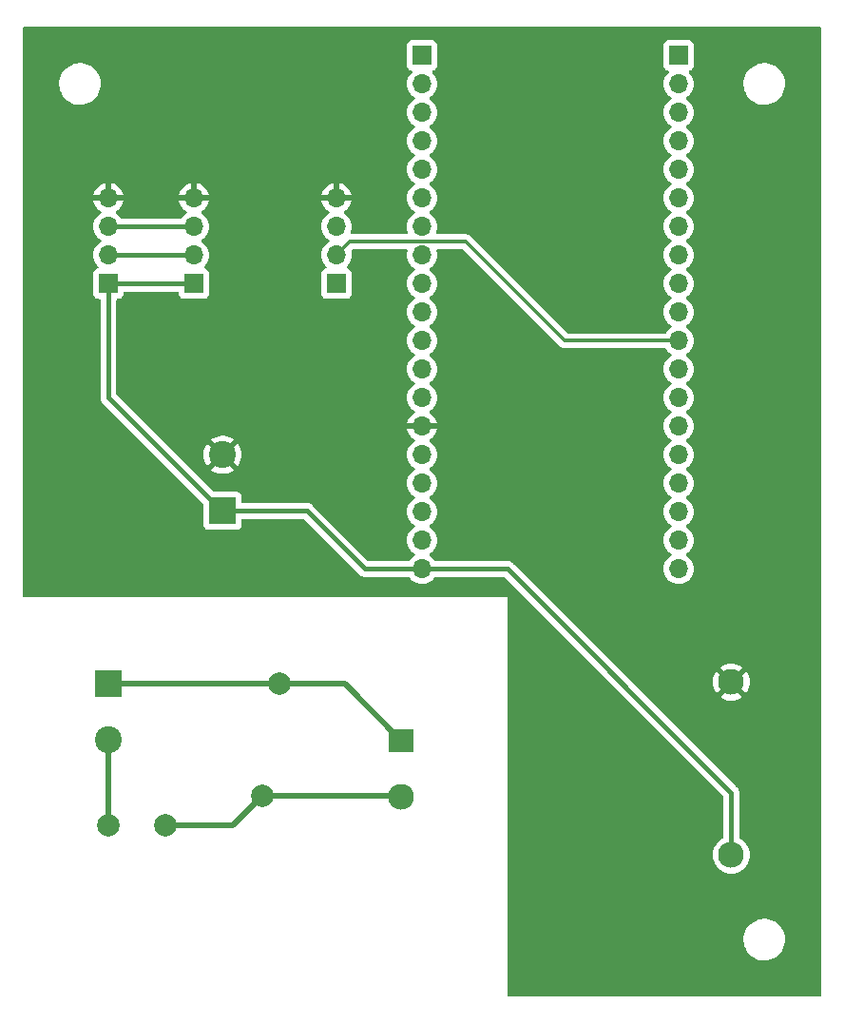
<source format=gbr>
%TF.GenerationSoftware,KiCad,Pcbnew,7.0.2*%
%TF.CreationDate,2023-04-25T18:44:45+02:00*%
%TF.ProjectId,em_schematic,656d5f73-6368-4656-9d61-7469632e6b69,rev?*%
%TF.SameCoordinates,Original*%
%TF.FileFunction,Copper,L1,Top*%
%TF.FilePolarity,Positive*%
%FSLAX46Y46*%
G04 Gerber Fmt 4.6, Leading zero omitted, Abs format (unit mm)*
G04 Created by KiCad (PCBNEW 7.0.2) date 2023-04-25 18:44:45*
%MOMM*%
%LPD*%
G01*
G04 APERTURE LIST*
%TA.AperFunction,ComponentPad*%
%ADD10R,2.400000X2.400000*%
%TD*%
%TA.AperFunction,ComponentPad*%
%ADD11C,2.400000*%
%TD*%
%TA.AperFunction,ComponentPad*%
%ADD12C,2.000000*%
%TD*%
%TA.AperFunction,ComponentPad*%
%ADD13R,1.700000X1.700000*%
%TD*%
%TA.AperFunction,ComponentPad*%
%ADD14O,1.700000X1.700000*%
%TD*%
%TA.AperFunction,ComponentPad*%
%ADD15C,2.300000*%
%TD*%
%TA.AperFunction,ComponentPad*%
%ADD16R,2.300000X2.000000*%
%TD*%
%TA.AperFunction,Conductor*%
%ADD17C,0.406400*%
%TD*%
%TA.AperFunction,Conductor*%
%ADD18C,0.304800*%
%TD*%
%TA.AperFunction,Conductor*%
%ADD19C,0.508000*%
%TD*%
G04 APERTURE END LIST*
D10*
%TO.P,C1,1*%
%TO.N,+5V*%
X109220000Y-114220000D03*
D11*
%TO.P,C1,2*%
%TO.N,GND*%
X109220000Y-109220000D03*
%TD*%
%TO.P,J6,2,Pin_2*%
%TO.N,Net-(J6-Pin_2)*%
X99060000Y-134620000D03*
D10*
%TO.P,J6,1,Pin_1*%
%TO.N,Net-(J6-Pin_1)*%
X99060000Y-129620000D03*
%TD*%
D12*
%TO.P,RV1,2*%
%TO.N,Net-(PS1-AC{slash}N)*%
X112800000Y-139620000D03*
%TO.P,RV1,1*%
%TO.N,Net-(J6-Pin_1)*%
X114300000Y-129620000D03*
%TD*%
D13*
%TO.P,J4,1,Pin_1*%
%TO.N,Net-(J1-Pin_1)*%
X119380000Y-93980000D03*
D14*
%TO.P,J4,2,Pin_2*%
%TO.N,Net-(J2-Pin_11)*%
X119380000Y-91440000D03*
%TO.P,J4,3,Pin_3*%
%TO.N,Net-(J2-Pin_12)*%
X119380000Y-88900000D03*
%TO.P,J4,4,Pin_4*%
%TO.N,GND*%
X119380000Y-86360000D03*
%TD*%
D13*
%TO.P,J5,1,Pin_1*%
%TO.N,+5V*%
X106680000Y-93980000D03*
D14*
%TO.P,J5,2,Pin_2*%
%TO.N,Net-(J3-Pin_2)*%
X106680000Y-91440000D03*
%TO.P,J5,3,Pin_3*%
%TO.N,Net-(J3-Pin_3)*%
X106680000Y-88900000D03*
%TO.P,J5,4,Pin_4*%
%TO.N,GND*%
X106680000Y-86360000D03*
%TD*%
D13*
%TO.P,J2,1,Pin_1*%
%TO.N,unconnected-(J2-Pin_1-Pad1)*%
X149860000Y-73660000D03*
D14*
%TO.P,J2,2,Pin_2*%
%TO.N,unconnected-(J2-Pin_2-Pad2)*%
X149860000Y-76200000D03*
%TO.P,J2,3,Pin_3*%
%TO.N,unconnected-(J2-Pin_3-Pad3)*%
X149860000Y-78740000D03*
%TO.P,J2,4,Pin_4*%
%TO.N,unconnected-(J2-Pin_4-Pad4)*%
X149860000Y-81280000D03*
%TO.P,J2,5,Pin_5*%
%TO.N,unconnected-(J2-Pin_5-Pad5)*%
X149860000Y-83820000D03*
%TO.P,J2,6,Pin_6*%
%TO.N,unconnected-(J2-Pin_6-Pad6)*%
X149860000Y-86360000D03*
%TO.P,J2,7,Pin_7*%
%TO.N,unconnected-(J2-Pin_7-Pad7)*%
X149860000Y-88900000D03*
%TO.P,J2,8,Pin_8*%
%TO.N,unconnected-(J2-Pin_8-Pad8)*%
X149860000Y-91440000D03*
%TO.P,J2,9,Pin_9*%
%TO.N,unconnected-(J2-Pin_9-Pad9)*%
X149860000Y-93980000D03*
%TO.P,J2,10,Pin_10*%
%TO.N,unconnected-(J2-Pin_10-Pad10)*%
X149860000Y-96520000D03*
%TO.P,J2,11,Pin_11*%
%TO.N,Net-(J2-Pin_11)*%
X149860000Y-99060000D03*
%TO.P,J2,12,Pin_12*%
%TO.N,Net-(J2-Pin_12)*%
X149860000Y-101600000D03*
%TO.P,J2,13,Pin_13*%
%TO.N,unconnected-(J2-Pin_13-Pad13)*%
X149860000Y-104140000D03*
%TO.P,J2,14,Pin_14*%
%TO.N,unconnected-(J2-Pin_14-Pad14)*%
X149860000Y-106680000D03*
%TO.P,J2,15,Pin_15*%
%TO.N,unconnected-(J2-Pin_15-Pad15)*%
X149860000Y-109220000D03*
%TO.P,J2,16,Pin_16*%
%TO.N,unconnected-(J2-Pin_16-Pad16)*%
X149860000Y-111760000D03*
%TO.P,J2,17,Pin_17*%
%TO.N,unconnected-(J2-Pin_17-Pad17)*%
X149860000Y-114300000D03*
%TO.P,J2,18,Pin_18*%
%TO.N,unconnected-(J2-Pin_18-Pad18)*%
X149860000Y-116840000D03*
%TO.P,J2,19,Pin_19*%
%TO.N,unconnected-(J2-Pin_19-Pad19)*%
X149860000Y-119380000D03*
%TD*%
D13*
%TO.P,J1,1,Pin_1*%
%TO.N,Net-(J1-Pin_1)*%
X127000000Y-73660000D03*
D14*
%TO.P,J1,2,Pin_2*%
%TO.N,unconnected-(J1-Pin_2-Pad2)*%
X127000000Y-76200000D03*
%TO.P,J1,3,Pin_3*%
%TO.N,unconnected-(J1-Pin_3-Pad3)*%
X127000000Y-78740000D03*
%TO.P,J1,4,Pin_4*%
%TO.N,unconnected-(J1-Pin_4-Pad4)*%
X127000000Y-81280000D03*
%TO.P,J1,5,Pin_5*%
%TO.N,unconnected-(J1-Pin_5-Pad5)*%
X127000000Y-83820000D03*
%TO.P,J1,6,Pin_6*%
%TO.N,unconnected-(J1-Pin_6-Pad6)*%
X127000000Y-86360000D03*
%TO.P,J1,7,Pin_7*%
%TO.N,unconnected-(J1-Pin_7-Pad7)*%
X127000000Y-88900000D03*
%TO.P,J1,8,Pin_8*%
%TO.N,unconnected-(J1-Pin_8-Pad8)*%
X127000000Y-91440000D03*
%TO.P,J1,9,Pin_9*%
%TO.N,unconnected-(J1-Pin_9-Pad9)*%
X127000000Y-93980000D03*
%TO.P,J1,10,Pin_10*%
%TO.N,unconnected-(J1-Pin_10-Pad10)*%
X127000000Y-96520000D03*
%TO.P,J1,11,Pin_11*%
%TO.N,unconnected-(J1-Pin_11-Pad11)*%
X127000000Y-99060000D03*
%TO.P,J1,12,Pin_12*%
%TO.N,unconnected-(J1-Pin_12-Pad12)*%
X127000000Y-101600000D03*
%TO.P,J1,13,Pin_13*%
%TO.N,unconnected-(J1-Pin_13-Pad13)*%
X127000000Y-104140000D03*
%TO.P,J1,14,Pin_14*%
%TO.N,GND*%
X127000000Y-106680000D03*
%TO.P,J1,15,Pin_15*%
%TO.N,unconnected-(J1-Pin_15-Pad15)*%
X127000000Y-109220000D03*
%TO.P,J1,16,Pin_16*%
%TO.N,unconnected-(J1-Pin_16-Pad16)*%
X127000000Y-111760000D03*
%TO.P,J1,17,Pin_17*%
%TO.N,unconnected-(J1-Pin_17-Pad17)*%
X127000000Y-114300000D03*
%TO.P,J1,18,Pin_18*%
%TO.N,unconnected-(J1-Pin_18-Pad18)*%
X127000000Y-116840000D03*
%TO.P,J1,19,Pin_19*%
%TO.N,+5V*%
X127000000Y-119380000D03*
%TD*%
D12*
%TO.P,F1,2*%
%TO.N,Net-(PS1-AC{slash}N)*%
X104140000Y-142240000D03*
%TO.P,F1,1*%
%TO.N,Net-(J6-Pin_2)*%
X99060000Y-142230000D03*
%TD*%
D13*
%TO.P,J3,1,Pin_1*%
%TO.N,+5V*%
X99060000Y-93980000D03*
D14*
%TO.P,J3,2,Pin_2*%
%TO.N,Net-(J3-Pin_2)*%
X99060000Y-91440000D03*
%TO.P,J3,3,Pin_3*%
%TO.N,Net-(J3-Pin_3)*%
X99060000Y-88900000D03*
%TO.P,J3,4,Pin_4*%
%TO.N,GND*%
X99060000Y-86360000D03*
%TD*%
D15*
%TO.P,PS1,4,+Vout*%
%TO.N,+5V*%
X154537500Y-144860000D03*
%TO.P,PS1,3,-Vout*%
%TO.N,GND*%
X154537500Y-129460000D03*
%TO.P,PS1,2,AC/N*%
%TO.N,Net-(PS1-AC{slash}N)*%
X125137500Y-139660000D03*
D16*
%TO.P,PS1,1,AC/L*%
%TO.N,Net-(J6-Pin_1)*%
X125137500Y-134660000D03*
%TD*%
D17*
%TO.N,+5V*%
X154537500Y-144860000D02*
X154537500Y-139297500D01*
X154537500Y-139297500D02*
X134620000Y-119380000D01*
X134620000Y-119380000D02*
X127000000Y-119380000D01*
D18*
%TO.N,Net-(J2-Pin_11)*%
X139700000Y-99060000D02*
X149860000Y-99060000D01*
X130877600Y-90237600D02*
X139700000Y-99060000D01*
X120582400Y-90237600D02*
X130877600Y-90237600D01*
X119380000Y-91440000D02*
X120582400Y-90237600D01*
D17*
%TO.N,+5V*%
X116760000Y-114220000D02*
X109220000Y-114220000D01*
X121920000Y-119380000D02*
X116760000Y-114220000D01*
X127000000Y-119380000D02*
X121920000Y-119380000D01*
%TO.N,Net-(J3-Pin_3)*%
X99060000Y-88900000D02*
X106680000Y-88900000D01*
%TO.N,Net-(J3-Pin_2)*%
X99060000Y-91440000D02*
X106680000Y-91440000D01*
%TO.N,+5V*%
X99060000Y-93980000D02*
X106680000Y-93980000D01*
X109140000Y-114220000D02*
X99060000Y-104140000D01*
X99060000Y-104140000D02*
X99060000Y-93980000D01*
X109220000Y-114220000D02*
X109140000Y-114220000D01*
D19*
%TO.N,Net-(J6-Pin_1)*%
X120097500Y-129620000D02*
X125137500Y-134660000D01*
X114300000Y-129620000D02*
X120097500Y-129620000D01*
X99060000Y-129620000D02*
X114300000Y-129620000D01*
%TO.N,Net-(PS1-AC{slash}N)*%
X125097500Y-139620000D02*
X125137500Y-139660000D01*
X112800000Y-139620000D02*
X125097500Y-139620000D01*
X110180000Y-142240000D02*
X112800000Y-139620000D01*
X104140000Y-142240000D02*
X110180000Y-142240000D01*
%TO.N,Net-(J6-Pin_2)*%
X99060000Y-134620000D02*
X99060000Y-142230000D01*
%TD*%
%TA.AperFunction,Conductor*%
%TO.N,GND*%
G36*
X162502539Y-71140185D02*
G01*
X162548294Y-71192989D01*
X162559500Y-71244500D01*
X162559500Y-157355500D01*
X162539815Y-157422539D01*
X162487011Y-157468294D01*
X162435500Y-157479500D01*
X134744000Y-157479500D01*
X134676961Y-157459815D01*
X134631206Y-157407011D01*
X134620000Y-157355500D01*
X134620000Y-152467764D01*
X155625787Y-152467764D01*
X155655413Y-152737016D01*
X155723928Y-152999087D01*
X155829871Y-153248392D01*
X155970982Y-153479611D01*
X156060253Y-153586881D01*
X156144255Y-153687820D01*
X156345998Y-153868582D01*
X156571910Y-154018044D01*
X156678211Y-154067876D01*
X156817177Y-154133021D01*
X157076562Y-154211058D01*
X157076569Y-154211060D01*
X157344561Y-154250500D01*
X157344564Y-154250500D01*
X157545369Y-154250500D01*
X157547631Y-154250500D01*
X157750156Y-154235677D01*
X158014553Y-154176780D01*
X158267558Y-154080014D01*
X158503777Y-153947441D01*
X158718177Y-153781888D01*
X158906186Y-153586881D01*
X159063799Y-153366579D01*
X159187656Y-153125675D01*
X159275118Y-152869305D01*
X159324319Y-152602933D01*
X159334212Y-152332235D01*
X159304586Y-152062982D01*
X159236072Y-151800912D01*
X159130130Y-151551610D01*
X158989018Y-151320390D01*
X158989017Y-151320388D01*
X158815746Y-151112181D01*
X158710759Y-151018112D01*
X158614002Y-150931418D01*
X158388090Y-150781956D01*
X158388086Y-150781954D01*
X158142822Y-150666978D01*
X157883437Y-150588941D01*
X157883431Y-150588940D01*
X157615439Y-150549500D01*
X157412369Y-150549500D01*
X157410120Y-150549664D01*
X157410109Y-150549665D01*
X157209843Y-150564322D01*
X156945449Y-150623219D01*
X156692441Y-150719986D01*
X156456223Y-150852559D01*
X156241825Y-151018109D01*
X156053813Y-151213120D01*
X155896201Y-151433420D01*
X155772342Y-151674329D01*
X155684881Y-151930695D01*
X155635680Y-152197066D01*
X155625787Y-152467764D01*
X134620000Y-152467764D01*
X134620000Y-121920000D01*
X91564500Y-121920000D01*
X91497461Y-121900315D01*
X91451706Y-121847511D01*
X91440500Y-121796000D01*
X91440500Y-91440000D01*
X97704340Y-91440000D01*
X97724936Y-91675407D01*
X97769709Y-91842502D01*
X97786097Y-91903663D01*
X97885965Y-92117830D01*
X98021505Y-92311401D01*
X98021508Y-92311404D01*
X98143430Y-92433326D01*
X98176915Y-92494649D01*
X98171931Y-92564341D01*
X98130059Y-92620274D01*
X98099083Y-92637189D01*
X97967669Y-92686204D01*
X97852454Y-92772454D01*
X97766204Y-92887668D01*
X97715910Y-93022515D01*
X97715909Y-93022517D01*
X97709500Y-93082127D01*
X97709500Y-93085448D01*
X97709500Y-93085449D01*
X97709500Y-94874560D01*
X97709500Y-94874578D01*
X97709501Y-94877872D01*
X97715909Y-94937483D01*
X97766204Y-95072331D01*
X97852454Y-95187546D01*
X97967669Y-95273796D01*
X98102517Y-95324091D01*
X98162127Y-95330500D01*
X98232300Y-95330499D01*
X98299338Y-95350183D01*
X98345094Y-95402986D01*
X98356300Y-95454499D01*
X98356300Y-104114998D01*
X98356074Y-104122484D01*
X98352425Y-104182800D01*
X98363315Y-104242222D01*
X98364442Y-104249625D01*
X98371730Y-104309642D01*
X98375360Y-104319214D01*
X98381387Y-104340833D01*
X98383230Y-104350891D01*
X98408028Y-104405991D01*
X98410893Y-104412908D01*
X98432328Y-104469426D01*
X98438139Y-104477844D01*
X98449165Y-104497395D01*
X98453364Y-104506726D01*
X98490647Y-104554313D01*
X98495084Y-104560343D01*
X98524985Y-104603663D01*
X98529406Y-104610067D01*
X98574630Y-104650132D01*
X98580084Y-104655266D01*
X107483181Y-113558363D01*
X107516666Y-113619686D01*
X107519500Y-113646044D01*
X107519500Y-115464560D01*
X107519500Y-115464578D01*
X107519501Y-115467872D01*
X107519853Y-115471152D01*
X107519854Y-115471159D01*
X107525427Y-115523002D01*
X107525909Y-115527483D01*
X107576204Y-115662331D01*
X107662454Y-115777546D01*
X107777669Y-115863796D01*
X107912517Y-115914091D01*
X107972127Y-115920500D01*
X110467872Y-115920499D01*
X110527483Y-115914091D01*
X110662331Y-115863796D01*
X110777546Y-115777546D01*
X110863796Y-115662331D01*
X110914091Y-115527483D01*
X110920500Y-115467873D01*
X110920500Y-115047699D01*
X110940185Y-114980661D01*
X110992989Y-114934906D01*
X111044500Y-114923700D01*
X116417156Y-114923700D01*
X116484195Y-114943385D01*
X116504837Y-114960019D01*
X121404724Y-119859906D01*
X121409858Y-119865360D01*
X121449932Y-119910595D01*
X121499660Y-119944918D01*
X121505688Y-119949353D01*
X121553275Y-119986636D01*
X121562603Y-119990834D01*
X121582156Y-120001861D01*
X121590573Y-120007671D01*
X121647092Y-120029107D01*
X121654009Y-120031972D01*
X121697364Y-120051483D01*
X121709110Y-120056770D01*
X121719161Y-120058611D01*
X121740783Y-120064638D01*
X121750357Y-120068270D01*
X121810386Y-120075558D01*
X121817762Y-120076681D01*
X121839576Y-120080679D01*
X121877197Y-120087574D01*
X121877199Y-120087573D01*
X121877200Y-120087574D01*
X121937514Y-120083925D01*
X121945000Y-120083700D01*
X125779529Y-120083700D01*
X125846568Y-120103385D01*
X125881101Y-120136574D01*
X125961505Y-120251401D01*
X126128599Y-120418495D01*
X126322170Y-120554035D01*
X126536337Y-120653903D01*
X126764592Y-120715063D01*
X127000000Y-120735659D01*
X127235408Y-120715063D01*
X127463663Y-120653903D01*
X127677830Y-120554035D01*
X127871401Y-120418495D01*
X128038495Y-120251401D01*
X128118897Y-120136574D01*
X128173473Y-120092951D01*
X128220471Y-120083700D01*
X134277156Y-120083700D01*
X134344195Y-120103385D01*
X134364837Y-120120019D01*
X153797482Y-139552664D01*
X153830966Y-139613985D01*
X153833800Y-139640343D01*
X153833800Y-143286032D01*
X153814115Y-143353071D01*
X153774590Y-143391759D01*
X153564361Y-143520587D01*
X153366811Y-143689311D01*
X153198090Y-143886856D01*
X153198088Y-143886860D01*
X153062346Y-144108372D01*
X153062345Y-144108375D01*
X152962926Y-144348389D01*
X152902279Y-144601004D01*
X152881896Y-144860000D01*
X152902279Y-145118995D01*
X152962926Y-145371610D01*
X153022930Y-145516470D01*
X153062346Y-145611628D01*
X153198088Y-145833140D01*
X153198090Y-145833143D01*
X153265067Y-145911563D01*
X153366811Y-146030689D01*
X153564360Y-146199412D01*
X153785872Y-146335154D01*
X153965885Y-146409718D01*
X154025889Y-146434573D01*
X154105697Y-146453733D01*
X154278506Y-146495221D01*
X154537500Y-146515604D01*
X154796494Y-146495221D01*
X155049110Y-146434573D01*
X155289128Y-146335154D01*
X155510640Y-146199412D01*
X155708189Y-146030689D01*
X155876912Y-145833140D01*
X156012654Y-145611628D01*
X156112073Y-145371610D01*
X156172721Y-145118994D01*
X156193104Y-144860000D01*
X156172721Y-144601006D01*
X156112073Y-144348390D01*
X156012654Y-144108372D01*
X155876912Y-143886860D01*
X155708189Y-143689311D01*
X155510640Y-143520588D01*
X155451869Y-143484573D01*
X155300410Y-143391759D01*
X155253535Y-143339948D01*
X155241200Y-143286032D01*
X155241200Y-139322500D01*
X155241426Y-139315014D01*
X155245074Y-139254700D01*
X155234177Y-139195239D01*
X155233054Y-139187855D01*
X155225770Y-139127857D01*
X155222141Y-139118290D01*
X155216114Y-139096672D01*
X155214271Y-139086610D01*
X155189465Y-139031496D01*
X155186599Y-139024575D01*
X155186407Y-139024069D01*
X155165171Y-138968073D01*
X155159358Y-138959651D01*
X155148338Y-138940113D01*
X155144136Y-138930776D01*
X155106848Y-138883182D01*
X155102434Y-138877184D01*
X155068095Y-138827434D01*
X155022859Y-138787358D01*
X155017406Y-138782224D01*
X145695182Y-129460000D01*
X152882398Y-129460000D01*
X152902775Y-129718916D01*
X152963403Y-129971455D01*
X153062794Y-130211402D01*
X153198493Y-130432843D01*
X153204301Y-130439644D01*
X154054422Y-129589523D01*
X154078007Y-129669844D01*
X154155739Y-129790798D01*
X154264400Y-129884952D01*
X154395185Y-129944680D01*
X154404966Y-129946086D01*
X153557854Y-130793198D01*
X153564655Y-130799006D01*
X153786097Y-130934705D01*
X154026044Y-131034096D01*
X154278583Y-131094724D01*
X154537500Y-131115101D01*
X154796416Y-131094724D01*
X155048955Y-131034096D01*
X155288897Y-130934707D01*
X155510349Y-130799003D01*
X155517145Y-130793198D01*
X154670033Y-129946086D01*
X154679815Y-129944680D01*
X154810600Y-129884952D01*
X154919261Y-129790798D01*
X154996993Y-129669844D01*
X155020576Y-129589523D01*
X155870698Y-130439645D01*
X155876503Y-130432849D01*
X156012207Y-130211397D01*
X156111596Y-129971455D01*
X156172224Y-129718916D01*
X156192601Y-129459999D01*
X156172224Y-129201083D01*
X156111596Y-128948544D01*
X156012205Y-128708597D01*
X155876506Y-128487155D01*
X155870698Y-128480354D01*
X155020576Y-129330475D01*
X154996993Y-129250156D01*
X154919261Y-129129202D01*
X154810600Y-129035048D01*
X154679815Y-128975320D01*
X154670034Y-128973913D01*
X155517145Y-128126801D01*
X155510343Y-128120993D01*
X155288902Y-127985294D01*
X155048955Y-127885903D01*
X154796416Y-127825275D01*
X154537499Y-127804898D01*
X154278583Y-127825275D01*
X154026044Y-127885903D01*
X153786097Y-127985294D01*
X153564656Y-128120992D01*
X153557854Y-128126801D01*
X154404966Y-128973913D01*
X154395185Y-128975320D01*
X154264400Y-129035048D01*
X154155739Y-129129202D01*
X154078007Y-129250156D01*
X154054423Y-129330476D01*
X153204301Y-128480354D01*
X153198492Y-128487156D01*
X153062794Y-128708597D01*
X152963403Y-128948544D01*
X152902775Y-129201083D01*
X152882398Y-129460000D01*
X145695182Y-129460000D01*
X135135266Y-118900084D01*
X135130132Y-118894630D01*
X135090067Y-118849406D01*
X135040347Y-118815087D01*
X135034313Y-118810647D01*
X134986726Y-118773364D01*
X134977395Y-118769165D01*
X134957844Y-118758139D01*
X134949426Y-118752328D01*
X134892908Y-118730893D01*
X134885991Y-118728028D01*
X134830891Y-118703230D01*
X134820833Y-118701387D01*
X134799214Y-118695360D01*
X134789643Y-118691730D01*
X134729624Y-118684441D01*
X134722222Y-118683315D01*
X134662800Y-118672425D01*
X134602486Y-118676074D01*
X134595000Y-118676300D01*
X128220470Y-118676300D01*
X128153431Y-118656615D01*
X128118895Y-118623423D01*
X128038494Y-118508598D01*
X127871404Y-118341508D01*
X127871401Y-118341505D01*
X127685839Y-118211573D01*
X127642217Y-118156998D01*
X127635024Y-118087499D01*
X127666546Y-118025145D01*
X127685837Y-118008428D01*
X127871401Y-117878495D01*
X128038495Y-117711401D01*
X128174035Y-117517830D01*
X128273903Y-117303663D01*
X128335063Y-117075408D01*
X128355659Y-116840000D01*
X128335063Y-116604592D01*
X128273903Y-116376337D01*
X128174035Y-116162171D01*
X128038495Y-115968599D01*
X127871401Y-115801505D01*
X127685839Y-115671573D01*
X127642215Y-115616997D01*
X127635023Y-115547498D01*
X127666545Y-115485144D01*
X127685831Y-115468432D01*
X127871401Y-115338495D01*
X128038495Y-115171401D01*
X128174035Y-114977830D01*
X128273903Y-114763663D01*
X128335063Y-114535408D01*
X128355659Y-114300000D01*
X128335063Y-114064592D01*
X128273903Y-113836337D01*
X128174035Y-113622171D01*
X128038495Y-113428599D01*
X127871401Y-113261505D01*
X127685839Y-113131573D01*
X127642216Y-113076998D01*
X127635022Y-113007500D01*
X127666545Y-112945145D01*
X127685837Y-112928428D01*
X127871401Y-112798495D01*
X128038495Y-112631401D01*
X128174035Y-112437830D01*
X128273903Y-112223663D01*
X128335063Y-111995408D01*
X128355659Y-111760000D01*
X128335063Y-111524592D01*
X128273903Y-111296337D01*
X128174035Y-111082171D01*
X128038495Y-110888599D01*
X127871401Y-110721505D01*
X127685839Y-110591573D01*
X127642215Y-110536997D01*
X127635023Y-110467498D01*
X127666545Y-110405144D01*
X127685831Y-110388432D01*
X127871401Y-110258495D01*
X128038495Y-110091401D01*
X128174035Y-109897830D01*
X128273903Y-109683663D01*
X128335063Y-109455408D01*
X128355659Y-109220000D01*
X128335063Y-108984592D01*
X128273903Y-108756337D01*
X128174035Y-108542171D01*
X128038495Y-108348599D01*
X127871401Y-108181505D01*
X127685402Y-108051267D01*
X127641780Y-107996692D01*
X127634587Y-107927193D01*
X127666109Y-107864839D01*
X127685405Y-107848119D01*
X127871078Y-107718109D01*
X128038106Y-107551081D01*
X128173600Y-107357576D01*
X128273430Y-107143492D01*
X128330636Y-106930000D01*
X127433686Y-106930000D01*
X127459493Y-106889844D01*
X127500000Y-106751889D01*
X127500000Y-106608111D01*
X127459493Y-106470156D01*
X127433686Y-106430000D01*
X128330636Y-106430000D01*
X128330635Y-106429999D01*
X128273430Y-106216507D01*
X128173599Y-106002421D01*
X128038109Y-105808921D01*
X127871081Y-105641893D01*
X127685404Y-105511880D01*
X127641780Y-105457303D01*
X127634587Y-105387804D01*
X127666109Y-105325450D01*
X127685399Y-105308734D01*
X127871401Y-105178495D01*
X128038495Y-105011401D01*
X128174035Y-104817830D01*
X128273903Y-104603663D01*
X128335063Y-104375408D01*
X128355659Y-104140000D01*
X128335063Y-103904592D01*
X128273903Y-103676337D01*
X128174035Y-103462171D01*
X128038495Y-103268599D01*
X127871401Y-103101505D01*
X127685839Y-102971573D01*
X127642216Y-102916998D01*
X127635022Y-102847500D01*
X127666545Y-102785145D01*
X127685837Y-102768428D01*
X127871401Y-102638495D01*
X128038495Y-102471401D01*
X128174035Y-102277830D01*
X128273903Y-102063663D01*
X128335063Y-101835408D01*
X128355659Y-101600000D01*
X128335063Y-101364592D01*
X128273903Y-101136337D01*
X128174035Y-100922171D01*
X128038495Y-100728599D01*
X127871401Y-100561505D01*
X127685839Y-100431573D01*
X127642215Y-100376997D01*
X127635023Y-100307498D01*
X127666545Y-100245144D01*
X127685831Y-100228432D01*
X127871401Y-100098495D01*
X128038495Y-99931401D01*
X128174035Y-99737830D01*
X128273903Y-99523663D01*
X128335063Y-99295408D01*
X128355659Y-99060000D01*
X128335063Y-98824592D01*
X128273903Y-98596337D01*
X128174035Y-98382171D01*
X128038495Y-98188599D01*
X127871401Y-98021505D01*
X127685839Y-97891573D01*
X127642216Y-97836998D01*
X127635022Y-97767500D01*
X127666545Y-97705145D01*
X127685837Y-97688428D01*
X127871401Y-97558495D01*
X128038495Y-97391401D01*
X128174035Y-97197830D01*
X128273903Y-96983663D01*
X128335063Y-96755408D01*
X128355659Y-96520000D01*
X128335063Y-96284592D01*
X128273903Y-96056337D01*
X128174035Y-95842171D01*
X128038495Y-95648599D01*
X127871401Y-95481505D01*
X127685839Y-95351573D01*
X127642215Y-95296997D01*
X127635023Y-95227498D01*
X127666545Y-95165144D01*
X127685831Y-95148432D01*
X127871401Y-95018495D01*
X128038495Y-94851401D01*
X128174035Y-94657830D01*
X128273903Y-94443663D01*
X128335063Y-94215408D01*
X128355659Y-93980000D01*
X128335063Y-93744592D01*
X128273903Y-93516337D01*
X128174035Y-93302171D01*
X128038495Y-93108599D01*
X127871401Y-92941505D01*
X127685839Y-92811573D01*
X127642216Y-92756998D01*
X127635022Y-92687500D01*
X127666545Y-92625145D01*
X127685837Y-92608428D01*
X127871401Y-92478495D01*
X128038495Y-92311401D01*
X128174035Y-92117830D01*
X128273903Y-91903663D01*
X128335063Y-91675408D01*
X128355659Y-91440000D01*
X128335063Y-91204592D01*
X128292727Y-91046593D01*
X128294391Y-90976743D01*
X128333554Y-90918881D01*
X128397782Y-90891377D01*
X128412503Y-90890500D01*
X130555798Y-90890500D01*
X130622837Y-90910185D01*
X130643479Y-90926819D01*
X139177681Y-99461021D01*
X139191066Y-99477728D01*
X139244164Y-99527590D01*
X139246961Y-99530301D01*
X139267375Y-99550715D01*
X139270457Y-99553106D01*
X139270461Y-99553109D01*
X139270892Y-99553443D01*
X139279766Y-99561023D01*
X139313185Y-99592405D01*
X139331883Y-99602685D01*
X139348144Y-99613365D01*
X139365006Y-99626445D01*
X139365007Y-99626445D01*
X139365008Y-99626446D01*
X139407076Y-99644650D01*
X139417550Y-99649780D01*
X139457741Y-99671876D01*
X139478408Y-99677182D01*
X139496820Y-99683486D01*
X139516396Y-99691958D01*
X139516397Y-99691958D01*
X139516399Y-99691959D01*
X139561686Y-99699130D01*
X139573108Y-99701496D01*
X139617520Y-99712900D01*
X139638861Y-99712900D01*
X139658258Y-99714426D01*
X139666282Y-99715697D01*
X139679328Y-99717764D01*
X139679328Y-99717763D01*
X139679329Y-99717764D01*
X139724971Y-99713449D01*
X139736638Y-99712900D01*
X148603959Y-99712900D01*
X148670998Y-99732585D01*
X148705530Y-99765773D01*
X148821505Y-99931401D01*
X148988599Y-100098495D01*
X149174160Y-100228426D01*
X149217783Y-100283002D01*
X149224976Y-100352501D01*
X149193454Y-100414855D01*
X149174159Y-100431575D01*
X148988595Y-100561508D01*
X148821505Y-100728598D01*
X148685965Y-100922170D01*
X148586097Y-101136336D01*
X148524936Y-101364592D01*
X148504340Y-101599999D01*
X148524936Y-101835407D01*
X148569709Y-102002501D01*
X148586097Y-102063663D01*
X148685965Y-102277830D01*
X148821505Y-102471401D01*
X148988599Y-102638495D01*
X149174160Y-102768426D01*
X149217783Y-102823002D01*
X149224976Y-102892501D01*
X149193454Y-102954855D01*
X149174159Y-102971575D01*
X148988595Y-103101508D01*
X148821505Y-103268598D01*
X148685965Y-103462170D01*
X148586097Y-103676336D01*
X148524936Y-103904592D01*
X148504340Y-104140000D01*
X148524936Y-104375407D01*
X148557623Y-104497395D01*
X148586097Y-104603663D01*
X148685965Y-104817830D01*
X148821505Y-105011401D01*
X148988599Y-105178495D01*
X149174160Y-105308426D01*
X149217783Y-105363002D01*
X149224976Y-105432501D01*
X149193454Y-105494855D01*
X149174159Y-105511575D01*
X148988595Y-105641508D01*
X148821505Y-105808598D01*
X148685965Y-106002170D01*
X148586097Y-106216336D01*
X148524936Y-106444592D01*
X148504340Y-106679999D01*
X148524936Y-106915407D01*
X148550496Y-107010798D01*
X148586097Y-107143663D01*
X148685965Y-107357830D01*
X148821505Y-107551401D01*
X148988599Y-107718495D01*
X149174160Y-107848426D01*
X149217783Y-107903002D01*
X149224976Y-107972501D01*
X149193454Y-108034855D01*
X149174159Y-108051575D01*
X148988595Y-108181508D01*
X148821505Y-108348598D01*
X148685965Y-108542170D01*
X148586097Y-108756336D01*
X148524936Y-108984592D01*
X148504340Y-109220000D01*
X148524936Y-109455407D01*
X148556593Y-109573553D01*
X148586097Y-109683663D01*
X148685965Y-109897830D01*
X148821505Y-110091401D01*
X148988599Y-110258495D01*
X149174160Y-110388426D01*
X149217783Y-110443002D01*
X149224976Y-110512501D01*
X149193454Y-110574855D01*
X149174159Y-110591575D01*
X148988595Y-110721508D01*
X148821505Y-110888598D01*
X148685965Y-111082170D01*
X148586097Y-111296336D01*
X148524936Y-111524592D01*
X148504340Y-111760000D01*
X148524936Y-111995407D01*
X148569709Y-112162502D01*
X148586097Y-112223663D01*
X148685965Y-112437830D01*
X148821505Y-112631401D01*
X148988599Y-112798495D01*
X149174160Y-112928426D01*
X149217783Y-112983002D01*
X149224976Y-113052501D01*
X149193454Y-113114855D01*
X149174159Y-113131575D01*
X148988595Y-113261508D01*
X148821505Y-113428598D01*
X148685965Y-113622170D01*
X148586097Y-113836336D01*
X148524936Y-114064592D01*
X148504340Y-114299999D01*
X148524936Y-114535407D01*
X148569709Y-114702501D01*
X148586097Y-114763663D01*
X148685965Y-114977830D01*
X148821505Y-115171401D01*
X148988599Y-115338495D01*
X149174160Y-115468426D01*
X149217783Y-115523002D01*
X149224976Y-115592501D01*
X149193454Y-115654855D01*
X149174159Y-115671575D01*
X148988595Y-115801508D01*
X148821505Y-115968598D01*
X148685965Y-116162170D01*
X148586097Y-116376336D01*
X148524936Y-116604592D01*
X148504340Y-116839999D01*
X148524936Y-117075407D01*
X148569709Y-117242502D01*
X148586097Y-117303663D01*
X148685965Y-117517830D01*
X148821505Y-117711401D01*
X148988599Y-117878495D01*
X149174160Y-118008426D01*
X149217783Y-118063002D01*
X149224976Y-118132501D01*
X149193454Y-118194855D01*
X149174159Y-118211575D01*
X148988595Y-118341508D01*
X148821505Y-118508598D01*
X148685965Y-118702170D01*
X148586097Y-118916336D01*
X148524936Y-119144592D01*
X148504340Y-119379999D01*
X148524936Y-119615407D01*
X148569709Y-119782501D01*
X148586097Y-119843663D01*
X148685965Y-120057830D01*
X148821505Y-120251401D01*
X148988599Y-120418495D01*
X149182170Y-120554035D01*
X149396337Y-120653903D01*
X149624592Y-120715063D01*
X149860000Y-120735659D01*
X150095408Y-120715063D01*
X150323663Y-120653903D01*
X150537830Y-120554035D01*
X150731401Y-120418495D01*
X150898495Y-120251401D01*
X151034035Y-120057830D01*
X151133903Y-119843663D01*
X151195063Y-119615408D01*
X151215659Y-119380000D01*
X151195063Y-119144592D01*
X151133903Y-118916337D01*
X151034035Y-118702171D01*
X150898495Y-118508599D01*
X150731401Y-118341505D01*
X150545839Y-118211573D01*
X150502216Y-118156998D01*
X150495022Y-118087500D01*
X150526545Y-118025145D01*
X150545837Y-118008428D01*
X150731401Y-117878495D01*
X150898495Y-117711401D01*
X151034035Y-117517830D01*
X151133903Y-117303663D01*
X151195063Y-117075408D01*
X151215659Y-116840000D01*
X151195063Y-116604592D01*
X151133903Y-116376337D01*
X151034035Y-116162171D01*
X150898495Y-115968599D01*
X150731401Y-115801505D01*
X150545839Y-115671573D01*
X150502215Y-115616997D01*
X150495023Y-115547498D01*
X150526545Y-115485144D01*
X150545831Y-115468432D01*
X150731401Y-115338495D01*
X150898495Y-115171401D01*
X151034035Y-114977830D01*
X151133903Y-114763663D01*
X151195063Y-114535408D01*
X151215659Y-114300000D01*
X151195063Y-114064592D01*
X151133903Y-113836337D01*
X151034035Y-113622171D01*
X150898495Y-113428599D01*
X150731401Y-113261505D01*
X150545839Y-113131573D01*
X150502216Y-113076998D01*
X150495022Y-113007500D01*
X150526545Y-112945145D01*
X150545837Y-112928428D01*
X150731401Y-112798495D01*
X150898495Y-112631401D01*
X151034035Y-112437830D01*
X151133903Y-112223663D01*
X151195063Y-111995408D01*
X151215659Y-111760000D01*
X151195063Y-111524592D01*
X151133903Y-111296337D01*
X151034035Y-111082171D01*
X150898495Y-110888599D01*
X150731401Y-110721505D01*
X150545839Y-110591573D01*
X150502215Y-110536997D01*
X150495023Y-110467498D01*
X150526545Y-110405144D01*
X150545831Y-110388432D01*
X150731401Y-110258495D01*
X150898495Y-110091401D01*
X151034035Y-109897830D01*
X151133903Y-109683663D01*
X151195063Y-109455408D01*
X151215659Y-109220000D01*
X151195063Y-108984592D01*
X151133903Y-108756337D01*
X151034035Y-108542171D01*
X150898495Y-108348599D01*
X150731401Y-108181505D01*
X150545839Y-108051573D01*
X150502216Y-107996998D01*
X150495022Y-107927500D01*
X150526545Y-107865145D01*
X150545837Y-107848428D01*
X150731401Y-107718495D01*
X150898495Y-107551401D01*
X151034035Y-107357830D01*
X151133903Y-107143663D01*
X151195063Y-106915408D01*
X151215659Y-106680000D01*
X151195063Y-106444592D01*
X151133903Y-106216337D01*
X151034035Y-106002171D01*
X150898495Y-105808599D01*
X150731401Y-105641505D01*
X150545839Y-105511573D01*
X150502215Y-105456997D01*
X150495023Y-105387498D01*
X150526545Y-105325144D01*
X150545831Y-105308432D01*
X150731401Y-105178495D01*
X150898495Y-105011401D01*
X151034035Y-104817830D01*
X151133903Y-104603663D01*
X151195063Y-104375408D01*
X151215659Y-104140000D01*
X151195063Y-103904592D01*
X151133903Y-103676337D01*
X151034035Y-103462171D01*
X150898495Y-103268599D01*
X150731401Y-103101505D01*
X150545839Y-102971573D01*
X150502216Y-102916998D01*
X150495022Y-102847500D01*
X150526545Y-102785145D01*
X150545837Y-102768428D01*
X150731401Y-102638495D01*
X150898495Y-102471401D01*
X151034035Y-102277830D01*
X151133903Y-102063663D01*
X151195063Y-101835408D01*
X151215659Y-101600000D01*
X151195063Y-101364592D01*
X151133903Y-101136337D01*
X151034035Y-100922171D01*
X150898495Y-100728599D01*
X150731401Y-100561505D01*
X150545839Y-100431573D01*
X150502215Y-100376997D01*
X150495023Y-100307498D01*
X150526545Y-100245144D01*
X150545831Y-100228432D01*
X150731401Y-100098495D01*
X150898495Y-99931401D01*
X151034035Y-99737830D01*
X151133903Y-99523663D01*
X151195063Y-99295408D01*
X151215659Y-99060000D01*
X151195063Y-98824592D01*
X151133903Y-98596337D01*
X151034035Y-98382171D01*
X150898495Y-98188599D01*
X150731401Y-98021505D01*
X150545839Y-97891573D01*
X150502216Y-97836998D01*
X150495022Y-97767500D01*
X150526545Y-97705145D01*
X150545837Y-97688428D01*
X150731401Y-97558495D01*
X150898495Y-97391401D01*
X151034035Y-97197830D01*
X151133903Y-96983663D01*
X151195063Y-96755408D01*
X151215659Y-96520000D01*
X151195063Y-96284592D01*
X151133903Y-96056337D01*
X151034035Y-95842171D01*
X150898495Y-95648599D01*
X150731401Y-95481505D01*
X150545839Y-95351573D01*
X150502215Y-95296997D01*
X150495023Y-95227498D01*
X150526545Y-95165144D01*
X150545831Y-95148432D01*
X150731401Y-95018495D01*
X150898495Y-94851401D01*
X151034035Y-94657830D01*
X151133903Y-94443663D01*
X151195063Y-94215408D01*
X151215659Y-93980000D01*
X151195063Y-93744592D01*
X151133903Y-93516337D01*
X151034035Y-93302171D01*
X150898495Y-93108599D01*
X150731401Y-92941505D01*
X150545839Y-92811573D01*
X150502216Y-92756998D01*
X150495022Y-92687500D01*
X150526545Y-92625145D01*
X150545837Y-92608428D01*
X150731401Y-92478495D01*
X150898495Y-92311401D01*
X151034035Y-92117830D01*
X151133903Y-91903663D01*
X151195063Y-91675408D01*
X151215659Y-91440000D01*
X151195063Y-91204592D01*
X151133903Y-90976337D01*
X151034035Y-90762171D01*
X150898495Y-90568599D01*
X150731401Y-90401505D01*
X150545839Y-90271573D01*
X150502215Y-90216997D01*
X150495023Y-90147498D01*
X150526545Y-90085144D01*
X150545831Y-90068432D01*
X150731401Y-89938495D01*
X150898495Y-89771401D01*
X151034035Y-89577830D01*
X151133903Y-89363663D01*
X151195063Y-89135408D01*
X151215659Y-88900000D01*
X151195063Y-88664592D01*
X151133903Y-88436337D01*
X151034035Y-88222171D01*
X150898495Y-88028599D01*
X150731401Y-87861505D01*
X150545839Y-87731573D01*
X150502216Y-87676998D01*
X150495022Y-87607500D01*
X150526545Y-87545145D01*
X150545837Y-87528428D01*
X150731401Y-87398495D01*
X150898495Y-87231401D01*
X151034035Y-87037830D01*
X151133903Y-86823663D01*
X151195063Y-86595408D01*
X151215659Y-86360000D01*
X151195063Y-86124592D01*
X151133903Y-85896337D01*
X151034035Y-85682171D01*
X150898495Y-85488599D01*
X150731401Y-85321505D01*
X150545839Y-85191573D01*
X150502215Y-85136997D01*
X150495023Y-85067498D01*
X150526545Y-85005144D01*
X150545831Y-84988432D01*
X150731401Y-84858495D01*
X150898495Y-84691401D01*
X151034035Y-84497830D01*
X151133903Y-84283663D01*
X151195063Y-84055408D01*
X151215659Y-83820000D01*
X151195063Y-83584592D01*
X151133903Y-83356337D01*
X151034035Y-83142171D01*
X150898495Y-82948599D01*
X150731401Y-82781505D01*
X150545839Y-82651573D01*
X150502216Y-82596998D01*
X150495022Y-82527500D01*
X150526545Y-82465145D01*
X150545837Y-82448428D01*
X150731401Y-82318495D01*
X150898495Y-82151401D01*
X151034035Y-81957830D01*
X151133903Y-81743663D01*
X151195063Y-81515408D01*
X151215659Y-81280000D01*
X151195063Y-81044592D01*
X151133903Y-80816337D01*
X151034035Y-80602171D01*
X150898495Y-80408599D01*
X150731401Y-80241505D01*
X150545839Y-80111573D01*
X150502215Y-80056997D01*
X150495023Y-79987498D01*
X150526545Y-79925144D01*
X150545831Y-79908432D01*
X150731401Y-79778495D01*
X150898495Y-79611401D01*
X151034035Y-79417830D01*
X151133903Y-79203663D01*
X151195063Y-78975408D01*
X151215659Y-78740000D01*
X151195063Y-78504592D01*
X151133903Y-78276337D01*
X151034035Y-78062171D01*
X150898495Y-77868599D01*
X150731401Y-77701505D01*
X150545839Y-77571573D01*
X150502216Y-77516998D01*
X150495022Y-77447500D01*
X150526545Y-77385145D01*
X150545837Y-77368428D01*
X150731401Y-77238495D01*
X150898495Y-77071401D01*
X151034035Y-76877830D01*
X151133903Y-76663663D01*
X151195063Y-76435408D01*
X151209730Y-76267764D01*
X155625787Y-76267764D01*
X155655413Y-76537016D01*
X155655414Y-76537018D01*
X155723928Y-76799088D01*
X155757390Y-76877830D01*
X155829871Y-77048392D01*
X155970982Y-77279611D01*
X156129425Y-77470000D01*
X156144255Y-77487820D01*
X156345998Y-77668582D01*
X156571910Y-77818044D01*
X156678211Y-77867876D01*
X156817177Y-77933021D01*
X157076562Y-78011058D01*
X157076569Y-78011060D01*
X157344561Y-78050500D01*
X157344564Y-78050500D01*
X157545369Y-78050500D01*
X157547631Y-78050500D01*
X157750156Y-78035677D01*
X158014553Y-77976780D01*
X158267558Y-77880014D01*
X158503777Y-77747441D01*
X158718177Y-77581888D01*
X158906186Y-77386881D01*
X159063799Y-77166579D01*
X159187656Y-76925675D01*
X159275118Y-76669305D01*
X159324319Y-76402933D01*
X159334212Y-76132235D01*
X159304586Y-75862982D01*
X159236072Y-75600912D01*
X159130130Y-75351610D01*
X158989018Y-75120390D01*
X158989017Y-75120388D01*
X158815746Y-74912181D01*
X158710759Y-74818112D01*
X158614002Y-74731418D01*
X158388090Y-74581956D01*
X158388086Y-74581954D01*
X158142822Y-74466978D01*
X157883437Y-74388941D01*
X157883431Y-74388940D01*
X157615439Y-74349500D01*
X157412369Y-74349500D01*
X157410120Y-74349664D01*
X157410109Y-74349665D01*
X157209843Y-74364322D01*
X156945449Y-74423219D01*
X156692441Y-74519986D01*
X156456223Y-74652559D01*
X156241825Y-74818109D01*
X156053813Y-75013120D01*
X155896201Y-75233420D01*
X155772342Y-75474329D01*
X155684881Y-75730695D01*
X155635680Y-75997066D01*
X155625787Y-76267764D01*
X151209730Y-76267764D01*
X151215659Y-76200000D01*
X151195063Y-75964592D01*
X151133903Y-75736337D01*
X151034035Y-75522171D01*
X150898495Y-75328599D01*
X150776568Y-75206672D01*
X150743084Y-75145350D01*
X150748068Y-75075658D01*
X150789940Y-75019725D01*
X150820915Y-75002810D01*
X150952331Y-74953796D01*
X151067546Y-74867546D01*
X151153796Y-74752331D01*
X151204091Y-74617483D01*
X151210500Y-74557873D01*
X151210499Y-72762128D01*
X151204091Y-72702517D01*
X151153796Y-72567669D01*
X151067546Y-72452454D01*
X150952331Y-72366204D01*
X150817483Y-72315909D01*
X150757873Y-72309500D01*
X150754550Y-72309500D01*
X148965439Y-72309500D01*
X148965420Y-72309500D01*
X148962128Y-72309501D01*
X148958848Y-72309853D01*
X148958840Y-72309854D01*
X148902515Y-72315909D01*
X148767669Y-72366204D01*
X148652454Y-72452454D01*
X148566204Y-72567668D01*
X148515910Y-72702515D01*
X148515909Y-72702517D01*
X148509500Y-72762127D01*
X148509500Y-72765448D01*
X148509500Y-72765449D01*
X148509500Y-74554560D01*
X148509500Y-74554578D01*
X148509501Y-74557872D01*
X148509853Y-74561152D01*
X148509854Y-74561159D01*
X148512090Y-74581956D01*
X148515909Y-74617483D01*
X148566204Y-74752331D01*
X148652454Y-74867546D01*
X148767669Y-74953796D01*
X148879907Y-74995658D01*
X148899082Y-75002810D01*
X148955016Y-75044681D01*
X148979433Y-75110146D01*
X148964581Y-75178419D01*
X148943431Y-75206673D01*
X148821503Y-75328601D01*
X148685965Y-75522170D01*
X148586097Y-75736336D01*
X148524936Y-75964592D01*
X148504340Y-76199999D01*
X148524936Y-76435407D01*
X148552162Y-76537016D01*
X148586097Y-76663663D01*
X148685965Y-76877830D01*
X148821505Y-77071401D01*
X148988599Y-77238495D01*
X149174160Y-77368426D01*
X149217783Y-77423002D01*
X149224976Y-77492501D01*
X149193454Y-77554855D01*
X149174159Y-77571575D01*
X148988595Y-77701508D01*
X148821505Y-77868598D01*
X148685965Y-78062170D01*
X148586097Y-78276336D01*
X148524936Y-78504592D01*
X148504340Y-78740000D01*
X148524936Y-78975407D01*
X148569709Y-79142501D01*
X148586097Y-79203663D01*
X148685965Y-79417830D01*
X148821505Y-79611401D01*
X148988599Y-79778495D01*
X149174160Y-79908426D01*
X149217783Y-79963002D01*
X149224976Y-80032501D01*
X149193454Y-80094855D01*
X149174159Y-80111575D01*
X148988595Y-80241508D01*
X148821505Y-80408598D01*
X148685965Y-80602170D01*
X148586097Y-80816336D01*
X148524936Y-81044592D01*
X148504340Y-81280000D01*
X148524936Y-81515407D01*
X148569709Y-81682501D01*
X148586097Y-81743663D01*
X148685965Y-81957830D01*
X148821505Y-82151401D01*
X148988599Y-82318495D01*
X149174160Y-82448426D01*
X149217783Y-82503002D01*
X149224976Y-82572501D01*
X149193454Y-82634855D01*
X149174159Y-82651575D01*
X148988595Y-82781508D01*
X148821505Y-82948598D01*
X148685965Y-83142170D01*
X148586097Y-83356336D01*
X148524936Y-83584592D01*
X148504340Y-83819999D01*
X148524936Y-84055407D01*
X148569709Y-84222502D01*
X148586097Y-84283663D01*
X148685965Y-84497830D01*
X148821505Y-84691401D01*
X148988599Y-84858495D01*
X149174160Y-84988426D01*
X149217783Y-85043002D01*
X149224976Y-85112501D01*
X149193454Y-85174855D01*
X149174159Y-85191575D01*
X148988595Y-85321508D01*
X148821505Y-85488598D01*
X148685965Y-85682170D01*
X148586097Y-85896336D01*
X148524936Y-86124592D01*
X148504340Y-86360000D01*
X148524936Y-86595407D01*
X148550496Y-86690798D01*
X148586097Y-86823663D01*
X148685965Y-87037830D01*
X148821505Y-87231401D01*
X148988599Y-87398495D01*
X149174160Y-87528426D01*
X149217783Y-87583002D01*
X149224976Y-87652501D01*
X149193454Y-87714855D01*
X149174159Y-87731575D01*
X148988595Y-87861508D01*
X148821505Y-88028598D01*
X148685965Y-88222170D01*
X148586097Y-88436336D01*
X148524936Y-88664592D01*
X148504340Y-88900000D01*
X148524936Y-89135407D01*
X148569709Y-89302502D01*
X148586097Y-89363663D01*
X148685965Y-89577830D01*
X148821505Y-89771401D01*
X148988599Y-89938495D01*
X149174160Y-90068426D01*
X149217783Y-90123002D01*
X149224976Y-90192501D01*
X149193454Y-90254855D01*
X149174159Y-90271575D01*
X148988595Y-90401508D01*
X148821505Y-90568598D01*
X148685965Y-90762170D01*
X148586097Y-90976336D01*
X148524936Y-91204592D01*
X148504340Y-91440000D01*
X148524936Y-91675407D01*
X148569709Y-91842501D01*
X148586097Y-91903663D01*
X148685965Y-92117830D01*
X148821505Y-92311401D01*
X148988599Y-92478495D01*
X149174160Y-92608426D01*
X149217783Y-92663002D01*
X149224976Y-92732501D01*
X149193454Y-92794855D01*
X149174159Y-92811575D01*
X148988595Y-92941508D01*
X148821505Y-93108598D01*
X148685965Y-93302170D01*
X148586097Y-93516336D01*
X148524936Y-93744592D01*
X148504340Y-93979999D01*
X148524936Y-94215407D01*
X148569709Y-94382501D01*
X148586097Y-94443663D01*
X148685965Y-94657830D01*
X148821505Y-94851401D01*
X148988599Y-95018495D01*
X149174160Y-95148426D01*
X149217783Y-95203002D01*
X149224976Y-95272501D01*
X149193454Y-95334855D01*
X149174159Y-95351575D01*
X148988595Y-95481508D01*
X148821505Y-95648598D01*
X148685965Y-95842170D01*
X148586097Y-96056336D01*
X148524936Y-96284592D01*
X148504340Y-96519999D01*
X148524936Y-96755407D01*
X148569709Y-96922502D01*
X148586097Y-96983663D01*
X148685965Y-97197830D01*
X148821505Y-97391401D01*
X148988599Y-97558495D01*
X149174160Y-97688426D01*
X149217783Y-97743002D01*
X149224976Y-97812501D01*
X149193454Y-97874855D01*
X149174159Y-97891575D01*
X148988595Y-98021508D01*
X148821508Y-98188595D01*
X148705534Y-98354224D01*
X148650957Y-98397848D01*
X148603959Y-98407100D01*
X140021802Y-98407100D01*
X139954763Y-98387415D01*
X139934121Y-98370781D01*
X131399918Y-89836578D01*
X131386535Y-89819873D01*
X131333434Y-89770008D01*
X131330637Y-89767297D01*
X131312984Y-89749644D01*
X131310226Y-89746886D01*
X131306712Y-89744160D01*
X131297829Y-89736573D01*
X131264412Y-89705192D01*
X131245713Y-89694912D01*
X131229453Y-89684231D01*
X131212595Y-89671155D01*
X131170520Y-89652947D01*
X131160030Y-89647808D01*
X131119858Y-89625723D01*
X131099186Y-89620415D01*
X131080784Y-89614115D01*
X131078094Y-89612951D01*
X131061201Y-89605641D01*
X131061199Y-89605640D01*
X131061198Y-89605640D01*
X131015921Y-89598469D01*
X131004481Y-89596100D01*
X130960081Y-89584700D01*
X130960080Y-89584700D01*
X130938739Y-89584700D01*
X130919341Y-89583173D01*
X130911317Y-89581902D01*
X130898272Y-89579836D01*
X130898271Y-89579836D01*
X130852632Y-89584150D01*
X130840965Y-89584700D01*
X128365472Y-89584700D01*
X128298433Y-89565015D01*
X128252678Y-89512211D01*
X128242734Y-89443053D01*
X128253087Y-89408300D01*
X128273903Y-89363663D01*
X128335063Y-89135408D01*
X128355659Y-88900000D01*
X128335063Y-88664592D01*
X128273903Y-88436337D01*
X128174035Y-88222171D01*
X128038495Y-88028599D01*
X127871401Y-87861505D01*
X127685839Y-87731573D01*
X127642216Y-87676998D01*
X127635022Y-87607500D01*
X127666545Y-87545145D01*
X127685837Y-87528428D01*
X127871401Y-87398495D01*
X128038495Y-87231401D01*
X128174035Y-87037830D01*
X128273903Y-86823663D01*
X128335063Y-86595408D01*
X128355659Y-86360000D01*
X128335063Y-86124592D01*
X128273903Y-85896337D01*
X128174035Y-85682171D01*
X128038495Y-85488599D01*
X127871401Y-85321505D01*
X127685839Y-85191573D01*
X127642215Y-85136997D01*
X127635023Y-85067498D01*
X127666545Y-85005144D01*
X127685831Y-84988432D01*
X127871401Y-84858495D01*
X128038495Y-84691401D01*
X128174035Y-84497830D01*
X128273903Y-84283663D01*
X128335063Y-84055408D01*
X128355659Y-83820000D01*
X128335063Y-83584592D01*
X128273903Y-83356337D01*
X128174035Y-83142171D01*
X128038495Y-82948599D01*
X127871401Y-82781505D01*
X127685839Y-82651573D01*
X127642216Y-82596998D01*
X127635022Y-82527500D01*
X127666545Y-82465145D01*
X127685837Y-82448428D01*
X127871401Y-82318495D01*
X128038495Y-82151401D01*
X128174035Y-81957830D01*
X128273903Y-81743663D01*
X128335063Y-81515408D01*
X128355659Y-81280000D01*
X128335063Y-81044592D01*
X128273903Y-80816337D01*
X128174035Y-80602171D01*
X128038495Y-80408599D01*
X127871401Y-80241505D01*
X127685839Y-80111573D01*
X127642215Y-80056997D01*
X127635023Y-79987498D01*
X127666545Y-79925144D01*
X127685831Y-79908432D01*
X127871401Y-79778495D01*
X128038495Y-79611401D01*
X128174035Y-79417830D01*
X128273903Y-79203663D01*
X128335063Y-78975408D01*
X128355659Y-78740000D01*
X128335063Y-78504592D01*
X128273903Y-78276337D01*
X128174035Y-78062171D01*
X128038495Y-77868599D01*
X127871401Y-77701505D01*
X127685839Y-77571573D01*
X127642216Y-77516998D01*
X127635022Y-77447500D01*
X127666545Y-77385145D01*
X127685837Y-77368428D01*
X127871401Y-77238495D01*
X128038495Y-77071401D01*
X128174035Y-76877830D01*
X128273903Y-76663663D01*
X128335063Y-76435408D01*
X128355659Y-76200000D01*
X128335063Y-75964592D01*
X128273903Y-75736337D01*
X128174035Y-75522171D01*
X128038495Y-75328599D01*
X127916569Y-75206673D01*
X127883084Y-75145350D01*
X127888068Y-75075658D01*
X127929940Y-75019725D01*
X127960915Y-75002810D01*
X128092331Y-74953796D01*
X128207546Y-74867546D01*
X128293796Y-74752331D01*
X128344091Y-74617483D01*
X128350500Y-74557873D01*
X128350499Y-72762128D01*
X128344091Y-72702517D01*
X128293796Y-72567669D01*
X128207546Y-72452454D01*
X128092331Y-72366204D01*
X127957483Y-72315909D01*
X127897873Y-72309500D01*
X127894550Y-72309500D01*
X126105439Y-72309500D01*
X126105420Y-72309500D01*
X126102128Y-72309501D01*
X126098848Y-72309853D01*
X126098840Y-72309854D01*
X126042515Y-72315909D01*
X125907669Y-72366204D01*
X125792454Y-72452454D01*
X125706204Y-72567668D01*
X125655910Y-72702515D01*
X125655909Y-72702517D01*
X125649500Y-72762127D01*
X125649500Y-72765448D01*
X125649500Y-72765449D01*
X125649500Y-74554560D01*
X125649500Y-74554578D01*
X125649501Y-74557872D01*
X125649853Y-74561152D01*
X125649854Y-74561159D01*
X125652090Y-74581956D01*
X125655909Y-74617483D01*
X125706204Y-74752331D01*
X125792454Y-74867546D01*
X125907669Y-74953796D01*
X126019907Y-74995658D01*
X126039082Y-75002810D01*
X126095016Y-75044681D01*
X126119433Y-75110146D01*
X126104581Y-75178419D01*
X126083431Y-75206673D01*
X125961503Y-75328601D01*
X125825965Y-75522170D01*
X125726097Y-75736336D01*
X125664936Y-75964592D01*
X125644340Y-76199999D01*
X125664936Y-76435407D01*
X125692162Y-76537016D01*
X125726097Y-76663663D01*
X125825965Y-76877830D01*
X125961505Y-77071401D01*
X126128599Y-77238495D01*
X126314160Y-77368426D01*
X126357783Y-77423002D01*
X126364976Y-77492501D01*
X126333454Y-77554855D01*
X126314159Y-77571575D01*
X126128595Y-77701508D01*
X125961505Y-77868598D01*
X125825965Y-78062170D01*
X125726097Y-78276336D01*
X125664936Y-78504592D01*
X125644340Y-78739999D01*
X125664936Y-78975407D01*
X125709709Y-79142502D01*
X125726097Y-79203663D01*
X125825965Y-79417830D01*
X125961505Y-79611401D01*
X126128599Y-79778495D01*
X126314160Y-79908426D01*
X126357783Y-79963002D01*
X126364976Y-80032501D01*
X126333454Y-80094855D01*
X126314159Y-80111575D01*
X126128595Y-80241508D01*
X125961505Y-80408598D01*
X125825965Y-80602170D01*
X125726097Y-80816336D01*
X125664936Y-81044592D01*
X125644340Y-81280000D01*
X125664936Y-81515407D01*
X125709709Y-81682501D01*
X125726097Y-81743663D01*
X125825965Y-81957830D01*
X125961505Y-82151401D01*
X126128599Y-82318495D01*
X126314160Y-82448426D01*
X126357783Y-82503002D01*
X126364976Y-82572501D01*
X126333454Y-82634855D01*
X126314159Y-82651575D01*
X126128595Y-82781508D01*
X125961505Y-82948598D01*
X125825965Y-83142170D01*
X125726097Y-83356336D01*
X125664936Y-83584592D01*
X125644340Y-83820000D01*
X125664936Y-84055407D01*
X125709709Y-84222502D01*
X125726097Y-84283663D01*
X125825965Y-84497830D01*
X125961505Y-84691401D01*
X126128599Y-84858495D01*
X126314160Y-84988426D01*
X126357783Y-85043002D01*
X126364976Y-85112501D01*
X126333454Y-85174855D01*
X126314159Y-85191575D01*
X126128595Y-85321508D01*
X125961505Y-85488598D01*
X125825965Y-85682170D01*
X125726097Y-85896336D01*
X125664936Y-86124592D01*
X125644340Y-86360000D01*
X125664936Y-86595407D01*
X125690496Y-86690798D01*
X125726097Y-86823663D01*
X125825965Y-87037830D01*
X125961505Y-87231401D01*
X126128599Y-87398495D01*
X126314160Y-87528426D01*
X126357783Y-87583002D01*
X126364976Y-87652501D01*
X126333454Y-87714855D01*
X126314159Y-87731575D01*
X126128595Y-87861508D01*
X125961505Y-88028598D01*
X125825965Y-88222170D01*
X125726097Y-88436336D01*
X125664936Y-88664592D01*
X125644340Y-88899999D01*
X125664936Y-89135407D01*
X125720634Y-89343275D01*
X125726097Y-89363663D01*
X125746910Y-89408297D01*
X125757402Y-89477372D01*
X125728883Y-89541156D01*
X125670407Y-89579396D01*
X125634528Y-89584700D01*
X120745472Y-89584700D01*
X120678433Y-89565015D01*
X120632678Y-89512211D01*
X120622734Y-89443053D01*
X120633087Y-89408300D01*
X120653903Y-89363663D01*
X120715063Y-89135408D01*
X120735659Y-88900000D01*
X120715063Y-88664592D01*
X120653903Y-88436337D01*
X120554035Y-88222171D01*
X120418495Y-88028599D01*
X120251401Y-87861505D01*
X120065402Y-87731267D01*
X120021780Y-87676692D01*
X120014587Y-87607193D01*
X120046109Y-87544839D01*
X120065405Y-87528119D01*
X120251078Y-87398109D01*
X120418106Y-87231081D01*
X120553600Y-87037576D01*
X120653430Y-86823492D01*
X120710636Y-86610000D01*
X119813686Y-86610000D01*
X119839493Y-86569844D01*
X119880000Y-86431889D01*
X119880000Y-86288111D01*
X119839493Y-86150156D01*
X119813686Y-86110000D01*
X120710636Y-86110000D01*
X120710635Y-86109999D01*
X120653430Y-85896507D01*
X120553599Y-85682421D01*
X120418109Y-85488921D01*
X120251081Y-85321893D01*
X120057576Y-85186399D01*
X119843492Y-85086569D01*
X119630000Y-85029364D01*
X119629999Y-85029364D01*
X119629999Y-85924498D01*
X119522315Y-85875320D01*
X119415763Y-85860000D01*
X119344237Y-85860000D01*
X119237685Y-85875320D01*
X119129999Y-85924498D01*
X119129999Y-85029364D01*
X118916507Y-85086569D01*
X118702421Y-85186400D01*
X118508921Y-85321890D01*
X118341890Y-85488921D01*
X118206400Y-85682421D01*
X118106569Y-85896507D01*
X118049364Y-86109999D01*
X118049364Y-86110000D01*
X118946314Y-86110000D01*
X118920507Y-86150156D01*
X118880000Y-86288111D01*
X118880000Y-86431889D01*
X118920507Y-86569844D01*
X118946314Y-86610000D01*
X118049364Y-86610000D01*
X118106569Y-86823492D01*
X118206399Y-87037576D01*
X118341893Y-87231081D01*
X118508918Y-87398106D01*
X118694595Y-87528119D01*
X118738219Y-87582696D01*
X118745412Y-87652195D01*
X118713890Y-87714549D01*
X118694595Y-87731269D01*
X118508595Y-87861508D01*
X118341505Y-88028598D01*
X118205965Y-88222170D01*
X118106097Y-88436336D01*
X118044936Y-88664592D01*
X118024340Y-88900000D01*
X118044936Y-89135407D01*
X118089709Y-89302502D01*
X118106097Y-89363663D01*
X118205965Y-89577830D01*
X118341505Y-89771401D01*
X118508599Y-89938495D01*
X118694160Y-90068426D01*
X118737783Y-90123002D01*
X118744976Y-90192501D01*
X118713454Y-90254855D01*
X118694159Y-90271575D01*
X118508595Y-90401508D01*
X118341505Y-90568598D01*
X118205965Y-90762170D01*
X118106097Y-90976336D01*
X118044936Y-91204592D01*
X118024340Y-91440000D01*
X118044936Y-91675407D01*
X118089709Y-91842502D01*
X118106097Y-91903663D01*
X118205965Y-92117830D01*
X118341505Y-92311401D01*
X118341508Y-92311404D01*
X118463430Y-92433326D01*
X118496915Y-92494649D01*
X118491931Y-92564341D01*
X118450059Y-92620274D01*
X118419083Y-92637189D01*
X118287669Y-92686204D01*
X118172454Y-92772454D01*
X118086204Y-92887668D01*
X118035910Y-93022515D01*
X118035909Y-93022517D01*
X118029500Y-93082127D01*
X118029500Y-93085448D01*
X118029500Y-93085449D01*
X118029500Y-94874560D01*
X118029500Y-94874578D01*
X118029501Y-94877872D01*
X118035909Y-94937483D01*
X118086204Y-95072331D01*
X118172454Y-95187546D01*
X118287669Y-95273796D01*
X118422517Y-95324091D01*
X118482127Y-95330500D01*
X120277872Y-95330499D01*
X120337483Y-95324091D01*
X120472331Y-95273796D01*
X120587546Y-95187546D01*
X120673796Y-95072331D01*
X120724091Y-94937483D01*
X120730500Y-94877873D01*
X120730499Y-93082128D01*
X120724091Y-93022517D01*
X120673796Y-92887669D01*
X120587546Y-92772454D01*
X120472331Y-92686204D01*
X120410123Y-92663002D01*
X120340916Y-92637189D01*
X120284983Y-92595317D01*
X120260566Y-92529853D01*
X120275418Y-92461580D01*
X120296563Y-92433332D01*
X120418495Y-92311401D01*
X120554035Y-92117830D01*
X120653903Y-91903663D01*
X120715063Y-91675408D01*
X120735659Y-91440000D01*
X120715063Y-91204592D01*
X120696331Y-91134687D01*
X120697995Y-91064837D01*
X120728424Y-91014914D01*
X120816521Y-90926818D01*
X120877845Y-90893333D01*
X120904202Y-90890500D01*
X125587497Y-90890500D01*
X125654536Y-90910185D01*
X125700291Y-90962989D01*
X125710235Y-91032147D01*
X125707272Y-91046593D01*
X125664936Y-91204592D01*
X125644340Y-91440000D01*
X125664936Y-91675407D01*
X125709709Y-91842502D01*
X125726097Y-91903663D01*
X125825965Y-92117830D01*
X125961505Y-92311401D01*
X126128599Y-92478495D01*
X126314160Y-92608426D01*
X126357783Y-92663002D01*
X126364976Y-92732501D01*
X126333454Y-92794855D01*
X126314159Y-92811575D01*
X126128595Y-92941508D01*
X125961505Y-93108598D01*
X125825965Y-93302170D01*
X125726097Y-93516336D01*
X125664936Y-93744592D01*
X125644340Y-93979999D01*
X125664936Y-94215407D01*
X125709709Y-94382501D01*
X125726097Y-94443663D01*
X125825965Y-94657830D01*
X125961505Y-94851401D01*
X126128599Y-95018495D01*
X126314160Y-95148426D01*
X126357783Y-95203002D01*
X126364976Y-95272501D01*
X126333454Y-95334855D01*
X126314159Y-95351575D01*
X126128595Y-95481508D01*
X125961505Y-95648598D01*
X125825965Y-95842170D01*
X125726097Y-96056336D01*
X125664936Y-96284592D01*
X125644340Y-96520000D01*
X125664936Y-96755407D01*
X125709709Y-96922501D01*
X125726097Y-96983663D01*
X125825965Y-97197830D01*
X125961505Y-97391401D01*
X126128599Y-97558495D01*
X126314160Y-97688426D01*
X126357783Y-97743002D01*
X126364976Y-97812501D01*
X126333454Y-97874855D01*
X126314159Y-97891575D01*
X126128595Y-98021508D01*
X125961505Y-98188598D01*
X125825965Y-98382170D01*
X125726097Y-98596336D01*
X125664936Y-98824592D01*
X125644340Y-99060000D01*
X125664936Y-99295407D01*
X125709312Y-99461021D01*
X125726097Y-99523663D01*
X125825965Y-99737830D01*
X125961505Y-99931401D01*
X126128599Y-100098495D01*
X126314160Y-100228426D01*
X126357783Y-100283002D01*
X126364976Y-100352501D01*
X126333454Y-100414855D01*
X126314159Y-100431575D01*
X126128595Y-100561508D01*
X125961505Y-100728598D01*
X125825965Y-100922170D01*
X125726097Y-101136336D01*
X125664936Y-101364592D01*
X125644340Y-101599999D01*
X125664936Y-101835407D01*
X125709709Y-102002502D01*
X125726097Y-102063663D01*
X125825965Y-102277830D01*
X125961505Y-102471401D01*
X126128599Y-102638495D01*
X126314160Y-102768426D01*
X126357783Y-102823002D01*
X126364976Y-102892501D01*
X126333454Y-102954855D01*
X126314159Y-102971575D01*
X126128595Y-103101508D01*
X125961505Y-103268598D01*
X125825965Y-103462170D01*
X125726097Y-103676336D01*
X125664936Y-103904592D01*
X125644340Y-104140000D01*
X125664936Y-104375407D01*
X125697623Y-104497395D01*
X125726097Y-104603663D01*
X125825965Y-104817830D01*
X125961505Y-105011401D01*
X126128599Y-105178495D01*
X126314596Y-105308732D01*
X126358219Y-105363307D01*
X126365412Y-105432806D01*
X126333890Y-105495160D01*
X126314595Y-105511880D01*
X126128919Y-105641892D01*
X125961890Y-105808921D01*
X125826400Y-106002421D01*
X125726569Y-106216507D01*
X125669364Y-106429999D01*
X125669364Y-106430000D01*
X126566314Y-106430000D01*
X126540507Y-106470156D01*
X126500000Y-106608111D01*
X126500000Y-106751889D01*
X126540507Y-106889844D01*
X126566314Y-106930000D01*
X125669364Y-106930000D01*
X125726569Y-107143492D01*
X125826399Y-107357576D01*
X125961893Y-107551081D01*
X126128918Y-107718106D01*
X126314595Y-107848119D01*
X126358219Y-107902696D01*
X126365412Y-107972195D01*
X126333890Y-108034549D01*
X126314595Y-108051269D01*
X126128595Y-108181508D01*
X125961505Y-108348598D01*
X125825965Y-108542170D01*
X125726097Y-108756336D01*
X125664936Y-108984592D01*
X125644340Y-109220000D01*
X125664936Y-109455407D01*
X125696593Y-109573553D01*
X125726097Y-109683663D01*
X125825965Y-109897830D01*
X125961505Y-110091401D01*
X126128599Y-110258495D01*
X126314160Y-110388426D01*
X126357783Y-110443002D01*
X126364976Y-110512501D01*
X126333454Y-110574855D01*
X126314159Y-110591575D01*
X126128595Y-110721508D01*
X125961505Y-110888598D01*
X125825965Y-111082170D01*
X125726097Y-111296336D01*
X125664936Y-111524592D01*
X125644340Y-111759999D01*
X125664936Y-111995407D01*
X125709709Y-112162502D01*
X125726097Y-112223663D01*
X125825965Y-112437830D01*
X125961505Y-112631401D01*
X126128599Y-112798495D01*
X126314160Y-112928426D01*
X126357783Y-112983002D01*
X126364976Y-113052501D01*
X126333454Y-113114855D01*
X126314159Y-113131575D01*
X126128595Y-113261508D01*
X125961505Y-113428598D01*
X125825965Y-113622170D01*
X125726097Y-113836336D01*
X125664936Y-114064592D01*
X125644340Y-114299999D01*
X125664936Y-114535407D01*
X125709709Y-114702502D01*
X125726097Y-114763663D01*
X125825965Y-114977830D01*
X125961505Y-115171401D01*
X126128599Y-115338495D01*
X126314160Y-115468426D01*
X126357783Y-115523002D01*
X126364976Y-115592501D01*
X126333454Y-115654855D01*
X126314159Y-115671575D01*
X126128595Y-115801508D01*
X125961505Y-115968598D01*
X125825965Y-116162170D01*
X125726097Y-116376336D01*
X125664936Y-116604592D01*
X125644340Y-116839999D01*
X125664936Y-117075407D01*
X125709709Y-117242501D01*
X125726097Y-117303663D01*
X125825965Y-117517830D01*
X125961505Y-117711401D01*
X126128599Y-117878495D01*
X126314160Y-118008426D01*
X126357783Y-118063002D01*
X126364976Y-118132501D01*
X126333454Y-118194855D01*
X126314159Y-118211575D01*
X126128595Y-118341508D01*
X125961505Y-118508598D01*
X125881105Y-118623423D01*
X125826528Y-118667048D01*
X125779530Y-118676300D01*
X122262844Y-118676300D01*
X122195805Y-118656615D01*
X122175163Y-118639981D01*
X117275266Y-113740084D01*
X117270132Y-113734630D01*
X117230067Y-113689406D01*
X117180347Y-113655087D01*
X117174313Y-113650647D01*
X117126726Y-113613364D01*
X117117395Y-113609165D01*
X117097844Y-113598139D01*
X117089426Y-113592328D01*
X117032908Y-113570893D01*
X117025991Y-113568028D01*
X116970891Y-113543230D01*
X116960833Y-113541387D01*
X116939214Y-113535360D01*
X116929643Y-113531730D01*
X116869624Y-113524441D01*
X116862222Y-113523315D01*
X116802800Y-113512425D01*
X116742486Y-113516074D01*
X116735000Y-113516300D01*
X111044499Y-113516300D01*
X110977460Y-113496615D01*
X110931705Y-113443811D01*
X110920499Y-113392300D01*
X110920499Y-112975439D01*
X110920499Y-112975438D01*
X110920499Y-112972128D01*
X110914091Y-112912517D01*
X110863796Y-112777669D01*
X110777546Y-112662454D01*
X110662331Y-112576204D01*
X110527483Y-112525909D01*
X110467873Y-112519500D01*
X110464551Y-112519500D01*
X108486044Y-112519500D01*
X108419005Y-112499815D01*
X108398363Y-112483181D01*
X105135181Y-109219999D01*
X107515232Y-109219999D01*
X107534273Y-109474080D01*
X107590971Y-109722491D01*
X107684057Y-109959668D01*
X107811456Y-110180331D01*
X107853452Y-110232993D01*
X107853453Y-110232993D01*
X108657226Y-109429219D01*
X108695901Y-109522588D01*
X108792075Y-109647925D01*
X108917412Y-109744099D01*
X109010779Y-109782772D01*
X108206813Y-110586737D01*
X108367619Y-110696372D01*
X108597179Y-110806922D01*
X108840654Y-110882025D01*
X109092603Y-110920000D01*
X109347397Y-110920000D01*
X109599345Y-110882025D01*
X109842823Y-110806921D01*
X110072383Y-110696372D01*
X110233185Y-110586737D01*
X109429220Y-109782772D01*
X109522588Y-109744099D01*
X109647925Y-109647925D01*
X109744099Y-109522589D01*
X109782773Y-109429220D01*
X110586545Y-110232993D01*
X110586546Y-110232992D01*
X110628545Y-110180328D01*
X110755942Y-109959669D01*
X110849028Y-109722491D01*
X110905726Y-109474080D01*
X110924767Y-109220000D01*
X110905726Y-108965919D01*
X110849028Y-108717508D01*
X110755942Y-108480330D01*
X110628545Y-108259671D01*
X110586546Y-108207005D01*
X109782772Y-109010779D01*
X109744099Y-108917412D01*
X109647925Y-108792075D01*
X109522588Y-108695901D01*
X109429220Y-108657227D01*
X110233185Y-107853261D01*
X110072379Y-107743625D01*
X109842823Y-107633078D01*
X109599345Y-107557974D01*
X109347397Y-107520000D01*
X109092603Y-107520000D01*
X108840654Y-107557974D01*
X108597179Y-107633077D01*
X108367615Y-107743628D01*
X108206813Y-107853261D01*
X109010779Y-108657227D01*
X108917412Y-108695901D01*
X108792075Y-108792075D01*
X108695901Y-108917411D01*
X108657226Y-109010779D01*
X107853453Y-108207006D01*
X107811453Y-108259673D01*
X107684057Y-108480331D01*
X107590971Y-108717508D01*
X107534273Y-108965919D01*
X107515232Y-109219999D01*
X105135181Y-109219999D01*
X99800019Y-103884837D01*
X99766534Y-103823514D01*
X99763700Y-103797156D01*
X99763700Y-95454499D01*
X99783385Y-95387460D01*
X99836189Y-95341705D01*
X99887700Y-95330499D01*
X99954561Y-95330499D01*
X99957872Y-95330499D01*
X100017483Y-95324091D01*
X100152331Y-95273796D01*
X100267546Y-95187546D01*
X100353796Y-95072331D01*
X100404091Y-94937483D01*
X100410500Y-94877873D01*
X100410500Y-94807700D01*
X100430185Y-94740661D01*
X100482989Y-94694906D01*
X100534500Y-94683700D01*
X105205501Y-94683700D01*
X105272540Y-94703385D01*
X105318295Y-94756189D01*
X105329501Y-94807699D01*
X105329501Y-94877872D01*
X105335909Y-94937483D01*
X105386204Y-95072331D01*
X105472454Y-95187546D01*
X105587669Y-95273796D01*
X105722517Y-95324091D01*
X105782127Y-95330500D01*
X107577872Y-95330499D01*
X107637483Y-95324091D01*
X107772331Y-95273796D01*
X107887546Y-95187546D01*
X107973796Y-95072331D01*
X108024091Y-94937483D01*
X108030500Y-94877873D01*
X108030499Y-93082128D01*
X108024091Y-93022517D01*
X107973796Y-92887669D01*
X107887546Y-92772454D01*
X107772331Y-92686204D01*
X107710123Y-92663002D01*
X107640916Y-92637189D01*
X107584983Y-92595317D01*
X107560566Y-92529853D01*
X107575418Y-92461580D01*
X107596563Y-92433332D01*
X107718495Y-92311401D01*
X107854035Y-92117830D01*
X107953903Y-91903663D01*
X108015063Y-91675408D01*
X108035659Y-91440000D01*
X108015063Y-91204592D01*
X107953903Y-90976337D01*
X107854035Y-90762171D01*
X107718495Y-90568599D01*
X107551401Y-90401505D01*
X107365839Y-90271573D01*
X107322215Y-90216997D01*
X107315023Y-90147498D01*
X107346545Y-90085144D01*
X107365831Y-90068432D01*
X107551401Y-89938495D01*
X107718495Y-89771401D01*
X107854035Y-89577830D01*
X107953903Y-89363663D01*
X108015063Y-89135408D01*
X108035659Y-88900000D01*
X108015063Y-88664592D01*
X107953903Y-88436337D01*
X107854035Y-88222171D01*
X107718495Y-88028599D01*
X107551401Y-87861505D01*
X107365402Y-87731267D01*
X107321780Y-87676692D01*
X107314587Y-87607193D01*
X107346109Y-87544839D01*
X107365405Y-87528119D01*
X107551078Y-87398109D01*
X107718106Y-87231081D01*
X107853600Y-87037576D01*
X107953430Y-86823492D01*
X108010636Y-86610000D01*
X107113686Y-86610000D01*
X107139493Y-86569844D01*
X107180000Y-86431889D01*
X107180000Y-86288111D01*
X107139493Y-86150156D01*
X107113686Y-86110000D01*
X108010636Y-86110000D01*
X108010635Y-86109999D01*
X107953430Y-85896507D01*
X107853599Y-85682421D01*
X107718109Y-85488921D01*
X107551081Y-85321893D01*
X107357576Y-85186399D01*
X107143492Y-85086569D01*
X106930000Y-85029364D01*
X106930000Y-85924498D01*
X106822315Y-85875320D01*
X106715763Y-85860000D01*
X106644237Y-85860000D01*
X106537685Y-85875320D01*
X106430000Y-85924498D01*
X106430000Y-85029364D01*
X106429999Y-85029364D01*
X106216507Y-85086569D01*
X106002421Y-85186400D01*
X105808921Y-85321890D01*
X105641890Y-85488921D01*
X105506400Y-85682421D01*
X105406569Y-85896507D01*
X105349364Y-86109999D01*
X105349364Y-86110000D01*
X106246314Y-86110000D01*
X106220507Y-86150156D01*
X106180000Y-86288111D01*
X106180000Y-86431889D01*
X106220507Y-86569844D01*
X106246314Y-86610000D01*
X105349364Y-86610000D01*
X105406569Y-86823492D01*
X105506399Y-87037576D01*
X105641893Y-87231081D01*
X105808918Y-87398106D01*
X105994595Y-87528119D01*
X106038219Y-87582696D01*
X106045412Y-87652195D01*
X106013890Y-87714549D01*
X105994595Y-87731269D01*
X105808595Y-87861508D01*
X105641505Y-88028598D01*
X105561105Y-88143423D01*
X105506528Y-88187048D01*
X105459530Y-88196300D01*
X100280470Y-88196300D01*
X100213431Y-88176615D01*
X100178895Y-88143423D01*
X100098494Y-88028598D01*
X99931404Y-87861508D01*
X99931404Y-87861507D01*
X99931401Y-87861505D01*
X99745402Y-87731267D01*
X99701780Y-87676692D01*
X99694587Y-87607193D01*
X99726109Y-87544839D01*
X99745405Y-87528119D01*
X99931078Y-87398109D01*
X100098106Y-87231081D01*
X100233600Y-87037576D01*
X100333430Y-86823492D01*
X100390636Y-86610000D01*
X99493686Y-86610000D01*
X99519493Y-86569844D01*
X99560000Y-86431889D01*
X99560000Y-86288111D01*
X99519493Y-86150156D01*
X99493686Y-86110000D01*
X100390636Y-86110000D01*
X100390635Y-86109999D01*
X100333430Y-85896507D01*
X100233599Y-85682421D01*
X100098109Y-85488921D01*
X99931081Y-85321893D01*
X99737576Y-85186399D01*
X99523492Y-85086569D01*
X99310000Y-85029364D01*
X99310000Y-85924498D01*
X99202315Y-85875320D01*
X99095763Y-85860000D01*
X99024237Y-85860000D01*
X98917685Y-85875320D01*
X98810000Y-85924498D01*
X98810000Y-85029364D01*
X98809999Y-85029364D01*
X98596507Y-85086569D01*
X98382421Y-85186400D01*
X98188921Y-85321890D01*
X98021890Y-85488921D01*
X97886400Y-85682421D01*
X97786569Y-85896507D01*
X97729364Y-86109999D01*
X97729364Y-86110000D01*
X98626314Y-86110000D01*
X98600507Y-86150156D01*
X98560000Y-86288111D01*
X98560000Y-86431889D01*
X98600507Y-86569844D01*
X98626314Y-86610000D01*
X97729364Y-86610000D01*
X97786569Y-86823492D01*
X97886399Y-87037576D01*
X98021893Y-87231081D01*
X98188918Y-87398106D01*
X98374595Y-87528119D01*
X98418219Y-87582696D01*
X98425412Y-87652195D01*
X98393890Y-87714549D01*
X98374595Y-87731269D01*
X98188595Y-87861508D01*
X98021505Y-88028598D01*
X97885965Y-88222170D01*
X97786097Y-88436336D01*
X97724936Y-88664592D01*
X97704340Y-88899999D01*
X97724936Y-89135407D01*
X97769709Y-89302502D01*
X97786097Y-89363663D01*
X97885965Y-89577830D01*
X98021505Y-89771401D01*
X98188599Y-89938495D01*
X98374160Y-90068426D01*
X98417783Y-90123002D01*
X98424976Y-90192501D01*
X98393454Y-90254855D01*
X98374159Y-90271575D01*
X98188595Y-90401508D01*
X98021505Y-90568598D01*
X97885965Y-90762170D01*
X97786097Y-90976336D01*
X97724936Y-91204592D01*
X97704340Y-91440000D01*
X91440500Y-91440000D01*
X91440500Y-76267764D01*
X94665787Y-76267764D01*
X94695413Y-76537016D01*
X94695414Y-76537018D01*
X94763928Y-76799088D01*
X94797390Y-76877830D01*
X94869871Y-77048392D01*
X95010982Y-77279611D01*
X95169425Y-77470000D01*
X95184255Y-77487820D01*
X95385998Y-77668582D01*
X95611910Y-77818044D01*
X95718211Y-77867876D01*
X95857177Y-77933021D01*
X96116562Y-78011058D01*
X96116569Y-78011060D01*
X96384561Y-78050500D01*
X96384564Y-78050500D01*
X96585369Y-78050500D01*
X96587631Y-78050500D01*
X96790156Y-78035677D01*
X97054553Y-77976780D01*
X97307558Y-77880014D01*
X97543777Y-77747441D01*
X97758177Y-77581888D01*
X97946186Y-77386881D01*
X98103799Y-77166579D01*
X98227656Y-76925675D01*
X98315118Y-76669305D01*
X98364319Y-76402933D01*
X98374212Y-76132235D01*
X98344586Y-75862982D01*
X98276072Y-75600912D01*
X98170130Y-75351610D01*
X98029018Y-75120390D01*
X98029017Y-75120388D01*
X97855746Y-74912181D01*
X97750759Y-74818112D01*
X97654002Y-74731418D01*
X97428090Y-74581956D01*
X97428086Y-74581954D01*
X97182822Y-74466978D01*
X96923437Y-74388941D01*
X96923431Y-74388940D01*
X96655439Y-74349500D01*
X96452369Y-74349500D01*
X96450120Y-74349664D01*
X96450109Y-74349665D01*
X96249843Y-74364322D01*
X95985449Y-74423219D01*
X95732441Y-74519986D01*
X95496223Y-74652559D01*
X95281825Y-74818109D01*
X95093813Y-75013120D01*
X94936201Y-75233420D01*
X94812342Y-75474329D01*
X94724881Y-75730695D01*
X94675680Y-75997066D01*
X94665787Y-76267764D01*
X91440500Y-76267764D01*
X91440500Y-71244500D01*
X91460185Y-71177461D01*
X91512989Y-71131706D01*
X91564500Y-71120500D01*
X93979901Y-71120500D01*
X162435500Y-71120500D01*
X162502539Y-71140185D01*
G37*
%TD.AperFunction*%
%TD*%
M02*

</source>
